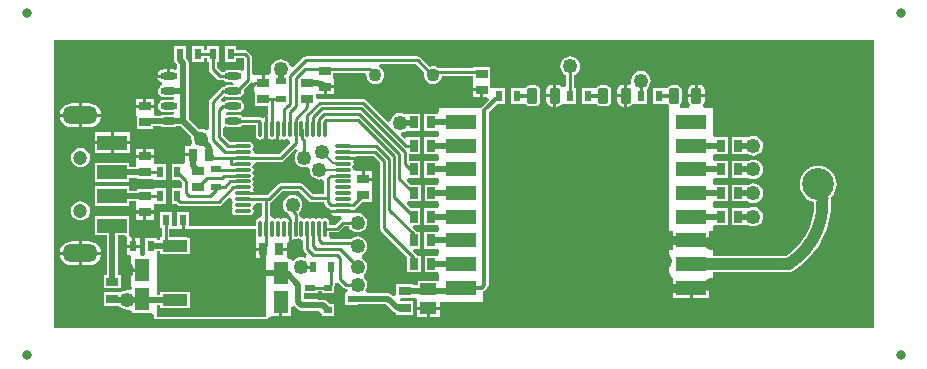
<source format=gtl>
G04*
G04 #@! TF.GenerationSoftware,Altium Limited,Altium Designer,18.1.1 (9)*
G04*
G04 Layer_Physical_Order=1*
G04 Layer_Color=255*
%FSLAX42Y42*%
%MOMM*%
G71*
G01*
G75*
%ADD32C,1.20*%
%ADD36C,1.00*%
G04:AMPARAMS|DCode=37|XSize=0.86mm|YSize=1.35mm|CornerRadius=0.22mm|HoleSize=0mm|Usage=FLASHONLY|Rotation=0.000|XOffset=0mm|YOffset=0mm|HoleType=Round|Shape=RoundedRectangle|*
%AMROUNDEDRECTD37*
21,1,0.86,0.91,0,0,0.0*
21,1,0.42,1.35,0,0,0.0*
1,1,0.44,0.21,-0.46*
1,1,0.44,-0.21,-0.46*
1,1,0.44,-0.21,0.46*
1,1,0.44,0.21,0.46*
%
%ADD37ROUNDEDRECTD37*%
%ADD38R,0.60X0.95*%
%ADD39R,0.74X1.02*%
%ADD40R,0.95X0.60*%
%ADD41R,1.00X0.80*%
%ADD42R,2.50X1.20*%
%ADD43R,1.45X1.00*%
%ADD44R,1.02X0.74*%
%ADD45R,0.70X0.60*%
%ADD46R,1.30X1.95*%
%ADD47R,0.80X1.00*%
%ADD48R,2.15X1.00*%
%ADD49R,2.15X3.25*%
%ADD50O,1.45X0.60*%
%ADD51O,1.45X0.30*%
%ADD52O,0.30X1.45*%
%ADD53R,2.50X1.25*%
%ADD54C,0.20*%
%ADD55C,0.25*%
%ADD56C,0.50*%
%ADD57C,0.30*%
%ADD58C,0.80*%
%ADD59C,0.80*%
%ADD60C,1.25*%
%ADD61C,2.70*%
%ADD62C,1.10*%
%ADD63O,3.00X1.50*%
G36*
X6969Y31D02*
X31D01*
Y2469D01*
X6969D01*
Y31D01*
D02*
G37*
%LPC*%
G36*
X1575Y2417D02*
X1475D01*
Y2283D01*
X1575D01*
Y2317D01*
X1636D01*
X1642Y2311D01*
Y2219D01*
X1617Y2208D01*
X1610Y2213D01*
X1590Y2216D01*
X1505D01*
X1485Y2213D01*
X1469Y2202D01*
X1444Y2203D01*
X1408Y2239D01*
Y2283D01*
X1425D01*
Y2417D01*
X1325D01*
Y2383D01*
X1300D01*
Y2417D01*
X1200D01*
Y2283D01*
X1300D01*
Y2317D01*
X1325D01*
Y2283D01*
X1342D01*
Y2225D01*
X1344Y2212D01*
X1352Y2202D01*
X1411Y2142D01*
X1422Y2135D01*
X1435Y2132D01*
X1467D01*
X1469Y2129D01*
X1485Y2118D01*
X1505Y2115D01*
X1541D01*
X1555Y2090D01*
X1555Y2089D01*
X1505D01*
X1485Y2086D01*
X1469Y2075D01*
X1467Y2072D01*
X1464D01*
X1451Y2069D01*
X1440Y2062D01*
X1352Y1973D01*
X1344Y1963D01*
X1342Y1950D01*
Y1719D01*
X1317Y1706D01*
X1317Y1707D01*
X1297Y1715D01*
X1275Y1718D01*
X1259Y1716D01*
X1171Y1804D01*
Y2050D01*
Y2275D01*
X1167Y2293D01*
X1157Y2307D01*
X1150Y2315D01*
Y2417D01*
X1050D01*
Y2283D01*
X1058D01*
X1058Y2282D01*
X1068Y2268D01*
X1075Y2260D01*
X1074Y2235D01*
X1054Y2220D01*
X1045Y2222D01*
X1015D01*
Y2166D01*
X1002D01*
Y2153D01*
X906D01*
X908Y2144D01*
X920Y2126D01*
X938Y2113D01*
X945Y2112D01*
Y2087D01*
X940Y2086D01*
X924Y2075D01*
X913Y2058D01*
X909Y2039D01*
X913Y2019D01*
X924Y2002D01*
X940Y1991D01*
X960Y1988D01*
X1045D01*
X1052Y1982D01*
X1029Y1962D01*
X960D01*
X940Y1959D01*
X924Y1948D01*
X913Y1931D01*
X909Y1911D01*
X913Y1892D01*
X924Y1875D01*
X940Y1864D01*
X960Y1861D01*
X1045D01*
X1052Y1855D01*
X1029Y1835D01*
X960D01*
X940Y1832D01*
X939Y1830D01*
X895D01*
X875Y1845D01*
X875Y1858D01*
Y1897D01*
X800D01*
X725D01*
Y1858D01*
X725Y1845D01*
X730Y1822D01*
Y1715D01*
X870D01*
Y1739D01*
X939D01*
X940Y1737D01*
X960Y1734D01*
X1045D01*
X1065Y1737D01*
X1066Y1739D01*
X1106D01*
X1194Y1651D01*
X1192Y1634D01*
X1195Y1613D01*
X1200Y1600D01*
X1190Y1581D01*
X1185Y1575D01*
X1142D01*
Y1513D01*
X1207D01*
Y1487D01*
X1142D01*
Y1448D01*
X1142Y1446D01*
X1141Y1434D01*
X1127Y1420D01*
X1127Y1420D01*
X1116Y1418D01*
X1116Y1418D01*
X1105Y1418D01*
X1025D01*
Y1282D01*
X1096D01*
X1117Y1261D01*
Y1218D01*
X1025D01*
Y1082D01*
X1071D01*
X1077Y1077D01*
X1087Y1069D01*
X1100Y1067D01*
X1425D01*
X1438Y1069D01*
X1448Y1077D01*
X1512Y1141D01*
X1535Y1128D01*
X1534Y1123D01*
X1537Y1109D01*
X1545Y1098D01*
X1537Y1086D01*
X1534Y1073D01*
X1537Y1059D01*
X1545Y1048D01*
X1537Y1036D01*
X1534Y1023D01*
X1537Y1009D01*
X1545Y997D01*
X1556Y990D01*
X1570Y987D01*
X1685D01*
X1699Y990D01*
X1710Y997D01*
X1718Y1009D01*
X1721Y1023D01*
X1718Y1036D01*
X1710Y1048D01*
X1718Y1059D01*
X1721Y1073D01*
X1742Y1092D01*
X1792D01*
Y990D01*
X1775Y968D01*
X1761Y965D01*
X1750Y958D01*
X1742Y946D01*
X1739Y932D01*
Y895D01*
X1175D01*
Y1018D01*
X1075D01*
Y895D01*
X1025D01*
Y1018D01*
X925D01*
Y882D01*
X942D01*
Y800D01*
X930D01*
Y776D01*
X900D01*
Y793D01*
X800D01*
Y668D01*
X800Y657D01*
X781Y643D01*
X777D01*
X755Y652D01*
X755Y668D01*
Y712D01*
X700D01*
X645D01*
Y652D01*
X663D01*
X685Y643D01*
X685Y627D01*
Y533D01*
X775D01*
Y507D01*
X685D01*
Y415D01*
X685Y397D01*
X690Y374D01*
Y366D01*
X665Y351D01*
X650Y353D01*
X628Y350D01*
X608Y342D01*
X605Y340D01*
X596Y335D01*
X454D01*
Y221D01*
X584D01*
X591Y211D01*
X608Y198D01*
X628Y190D01*
X650Y187D01*
X665Y189D01*
X690Y174D01*
Y158D01*
X860D01*
X880Y144D01*
Y125D01*
X881Y117D01*
X886Y111D01*
X892Y106D01*
X900Y105D01*
X1825D01*
X1833Y106D01*
X1839Y111D01*
X1842Y114D01*
X1849Y122D01*
X1858Y129D01*
X1868Y132D01*
X1870D01*
X1937D01*
Y255D01*
X1963D01*
Y132D01*
X2040D01*
Y213D01*
X2065Y221D01*
X2068Y218D01*
X2093Y193D01*
X2107Y183D01*
X2125Y179D01*
X2133D01*
Y175D01*
X2267D01*
X2287Y161D01*
X2295Y153D01*
Y135D01*
X2405D01*
Y235D01*
X2365D01*
X2342Y257D01*
X2328Y267D01*
X2310Y271D01*
X2267D01*
Y275D01*
X2146D01*
Y325D01*
X2267D01*
Y342D01*
X2295D01*
Y325D01*
X2405D01*
Y386D01*
X2406Y387D01*
X2408Y400D01*
Y411D01*
X2433Y420D01*
X2477Y377D01*
X2487Y369D01*
X2500Y367D01*
X2509D01*
X2516Y355D01*
X2502Y330D01*
X2495D01*
Y230D01*
X2605D01*
Y234D01*
X2841D01*
X2908Y168D01*
X2922Y158D01*
X2929Y156D01*
Y143D01*
X3071D01*
Y257D01*
X2964D01*
X2958Y265D01*
X2971Y290D01*
X3071D01*
Y290D01*
X3095Y288D01*
X3102Y276D01*
X3102Y275D01*
X3102D01*
X3102Y267D01*
Y213D01*
X3298D01*
Y231D01*
X3301Y255D01*
X3660D01*
Y341D01*
X3664Y342D01*
X3675Y350D01*
X3700Y375D01*
X3708Y386D01*
X3711Y400D01*
Y1860D01*
X3783Y1933D01*
X3850D01*
Y2067D01*
X3750D01*
X3750Y2067D01*
X3725Y2068D01*
X3725Y2115D01*
X3720Y2138D01*
Y2245D01*
X3580D01*
Y2233D01*
X3285D01*
X3276Y2241D01*
X3258Y2248D01*
X3238Y2251D01*
X3218Y2248D01*
X3210Y2245D01*
X3131Y2323D01*
X3121Y2331D01*
X3108Y2333D01*
X2165D01*
X2153Y2331D01*
X2142Y2323D01*
X2057Y2238D01*
X2030Y2247D01*
X2022Y2267D01*
X2009Y2284D01*
X1992Y2297D01*
X1972Y2305D01*
X1950Y2308D01*
X1928Y2305D01*
X1908Y2297D01*
X1891Y2284D01*
X1878Y2267D01*
X1870Y2247D01*
X1867Y2225D01*
X1870Y2203D01*
X1871Y2200D01*
X1854Y2175D01*
X1813D01*
Y2110D01*
X1787D01*
Y2175D01*
X1733D01*
X1725Y2175D01*
X1708Y2194D01*
Y2325D01*
X1706Y2338D01*
X1698Y2348D01*
X1673Y2373D01*
X1663Y2381D01*
X1650Y2383D01*
X1575D01*
Y2417D01*
D02*
G37*
G36*
X990Y2222D02*
X960D01*
X938Y2218D01*
X920Y2205D01*
X908Y2187D01*
X906Y2178D01*
X990D01*
Y2222D01*
D02*
G37*
G36*
X5000Y2208D02*
X4978Y2205D01*
X4958Y2197D01*
X4941Y2184D01*
X4928Y2167D01*
X4920Y2147D01*
X4917Y2125D01*
X4919Y2112D01*
X4918Y2110D01*
X4903Y2095D01*
X4897Y2092D01*
X4890Y2094D01*
X4881D01*
Y2000D01*
Y1906D01*
X4890D01*
X4908Y1910D01*
X4924Y1920D01*
X4928Y1926D01*
X4950Y1933D01*
X4959Y1933D01*
X5050D01*
Y2059D01*
X5059Y2066D01*
X5072Y2083D01*
X5080Y2103D01*
X5083Y2125D01*
X5080Y2147D01*
X5072Y2167D01*
X5059Y2184D01*
X5042Y2197D01*
X5022Y2205D01*
X5000Y2208D01*
D02*
G37*
G36*
X4400Y2333D02*
X4378Y2330D01*
X4358Y2322D01*
X4341Y2309D01*
X4328Y2292D01*
X4320Y2272D01*
X4317Y2250D01*
X4320Y2228D01*
X4328Y2208D01*
X4341Y2191D01*
X4358Y2178D01*
X4367Y2174D01*
Y2084D01*
X4365Y2083D01*
X4342Y2070D01*
X4328Y2074D01*
X4324Y2080D01*
X4308Y2090D01*
X4290Y2094D01*
X4281D01*
Y2000D01*
Y1906D01*
X4290D01*
X4308Y1910D01*
X4324Y1920D01*
X4328Y1926D01*
X4350Y1933D01*
X4359Y1933D01*
X4450D01*
Y2067D01*
X4433D01*
Y2174D01*
X4442Y2178D01*
X4459Y2191D01*
X4472Y2208D01*
X4480Y2228D01*
X4483Y2250D01*
X4480Y2272D01*
X4472Y2292D01*
X4459Y2309D01*
X4442Y2322D01*
X4422Y2330D01*
X4400Y2333D01*
D02*
G37*
G36*
X5490Y2094D02*
X5481D01*
Y2013D01*
X5538D01*
Y2046D01*
X5534Y2064D01*
X5524Y2080D01*
X5508Y2090D01*
X5490Y2094D01*
D02*
G37*
G36*
X5456D02*
X5447D01*
X5429Y2090D01*
X5413Y2080D01*
X5403Y2064D01*
X5399Y2046D01*
Y2013D01*
X5456D01*
Y2094D01*
D02*
G37*
G36*
X4856D02*
X4847D01*
X4829Y2090D01*
X4813Y2080D01*
X4803Y2064D01*
X4799Y2046D01*
Y2013D01*
X4856D01*
Y2094D01*
D02*
G37*
G36*
X4256D02*
X4247D01*
X4229Y2090D01*
X4213Y2080D01*
X4203Y2064D01*
X4199Y2046D01*
Y2013D01*
X4256D01*
Y2094D01*
D02*
G37*
G36*
X875Y1975D02*
X813D01*
Y1923D01*
X875D01*
Y1975D01*
D02*
G37*
G36*
X787D02*
X725D01*
Y1923D01*
X787D01*
Y1975D01*
D02*
G37*
G36*
X4703Y2088D02*
X4660D01*
X4644Y2085D01*
X4630Y2076D01*
X4625Y2068D01*
X4600Y2067D01*
Y2067D01*
X4500D01*
Y1933D01*
X4600D01*
X4600Y1933D01*
X4625Y1932D01*
X4630Y1924D01*
X4644Y1915D01*
X4660Y1912D01*
X4703D01*
X4719Y1915D01*
X4733Y1924D01*
X4742Y1938D01*
X4745Y1954D01*
Y2046D01*
X4742Y2062D01*
X4733Y2076D01*
X4719Y2085D01*
X4703Y2088D01*
D02*
G37*
G36*
X4103D02*
X4060D01*
X4044Y2085D01*
X4030Y2076D01*
X4025Y2068D01*
X4000Y2067D01*
Y2067D01*
X3900D01*
Y1933D01*
X4000D01*
X4000Y1933D01*
X4025Y1932D01*
X4030Y1924D01*
X4044Y1915D01*
X4060Y1912D01*
X4103D01*
X4119Y1915D01*
X4133Y1924D01*
X4142Y1938D01*
X4145Y1954D01*
Y2046D01*
X4142Y2062D01*
X4133Y2076D01*
X4119Y2085D01*
X4103Y2088D01*
D02*
G37*
G36*
X4856Y1987D02*
X4799D01*
Y1954D01*
X4803Y1936D01*
X4813Y1920D01*
X4829Y1910D01*
X4847Y1906D01*
X4856D01*
Y1987D01*
D02*
G37*
G36*
X4256D02*
X4199D01*
Y1954D01*
X4203Y1936D01*
X4213Y1920D01*
X4229Y1910D01*
X4247Y1906D01*
X4256D01*
Y1987D01*
D02*
G37*
G36*
X329Y1936D02*
X267D01*
Y1848D01*
X429D01*
X427Y1861D01*
X417Y1886D01*
X401Y1907D01*
X380Y1923D01*
X355Y1933D01*
X329Y1936D01*
D02*
G37*
G36*
X241D02*
X179D01*
X153Y1933D01*
X128Y1923D01*
X107Y1907D01*
X91Y1886D01*
X81Y1861D01*
X79Y1848D01*
X241D01*
Y1936D01*
D02*
G37*
G36*
X429Y1822D02*
X267D01*
Y1734D01*
X329D01*
X355Y1737D01*
X380Y1747D01*
X401Y1763D01*
X417Y1784D01*
X427Y1809D01*
X429Y1822D01*
D02*
G37*
G36*
X241D02*
X79D01*
X81Y1809D01*
X91Y1784D01*
X107Y1763D01*
X128Y1747D01*
X153Y1737D01*
X179Y1734D01*
X241D01*
Y1822D01*
D02*
G37*
G36*
X5950Y1658D02*
X5928Y1655D01*
X5908Y1647D01*
X5907Y1646D01*
X5882Y1646D01*
Y1646D01*
X5768D01*
Y1504D01*
X5882D01*
Y1504D01*
X5907Y1504D01*
X5908Y1503D01*
X5928Y1495D01*
X5950Y1492D01*
X5972Y1495D01*
X5992Y1503D01*
X6009Y1516D01*
X6022Y1533D01*
X6030Y1553D01*
X6033Y1575D01*
X6030Y1597D01*
X6022Y1617D01*
X6009Y1634D01*
X5992Y1647D01*
X5972Y1655D01*
X5950Y1658D01*
D02*
G37*
G36*
X674Y1688D02*
X537D01*
Y1613D01*
X674D01*
Y1688D01*
D02*
G37*
G36*
X511D02*
X374D01*
Y1613D01*
X511D01*
Y1688D01*
D02*
G37*
G36*
X674Y1587D02*
X537D01*
Y1512D01*
X674D01*
Y1587D01*
D02*
G37*
G36*
X511D02*
X374D01*
Y1512D01*
X511D01*
Y1587D01*
D02*
G37*
G36*
X875Y1550D02*
X813D01*
Y1498D01*
X875D01*
Y1550D01*
D02*
G37*
G36*
X787D02*
X725D01*
Y1498D01*
X787D01*
Y1550D01*
D02*
G37*
G36*
X5950Y1458D02*
X5928Y1455D01*
X5908Y1447D01*
X5907Y1446D01*
X5882Y1446D01*
Y1446D01*
X5768D01*
Y1304D01*
X5882D01*
Y1304D01*
X5907Y1304D01*
X5908Y1303D01*
X5928Y1295D01*
X5950Y1292D01*
X5972Y1295D01*
X5992Y1303D01*
X6009Y1316D01*
X6022Y1333D01*
X6030Y1353D01*
X6033Y1375D01*
X6030Y1397D01*
X6022Y1417D01*
X6009Y1434D01*
X5992Y1447D01*
X5972Y1455D01*
X5950Y1458D01*
D02*
G37*
G36*
X875Y1472D02*
X800D01*
X725D01*
Y1433D01*
X725Y1420D01*
X722Y1396D01*
X669D01*
Y1432D01*
X379D01*
Y1268D01*
X669D01*
Y1304D01*
X730D01*
Y1290D01*
X870D01*
X875Y1282D01*
Y1282D01*
X975D01*
Y1418D01*
X900D01*
X875Y1420D01*
X875Y1443D01*
Y1472D01*
D02*
G37*
G36*
X254Y1556D02*
X233Y1553D01*
X214Y1545D01*
X197Y1532D01*
X184Y1515D01*
X176Y1496D01*
X173Y1475D01*
X176Y1454D01*
X184Y1435D01*
X197Y1418D01*
X214Y1405D01*
X233Y1397D01*
X254Y1394D01*
X275Y1397D01*
X294Y1405D01*
X311Y1418D01*
X324Y1435D01*
X332Y1454D01*
X335Y1475D01*
X332Y1496D01*
X324Y1515D01*
X311Y1532D01*
X294Y1545D01*
X275Y1553D01*
X254Y1556D01*
D02*
G37*
G36*
X5950Y1258D02*
X5928Y1255D01*
X5908Y1247D01*
X5907Y1246D01*
X5882Y1246D01*
Y1246D01*
X5768D01*
Y1104D01*
X5882D01*
Y1104D01*
X5907Y1104D01*
X5908Y1103D01*
X5928Y1095D01*
X5950Y1092D01*
X5972Y1095D01*
X5992Y1103D01*
X6009Y1116D01*
X6022Y1133D01*
X6030Y1153D01*
X6033Y1175D01*
X6030Y1197D01*
X6022Y1217D01*
X6009Y1234D01*
X5992Y1247D01*
X5972Y1255D01*
X5950Y1258D01*
D02*
G37*
G36*
Y1058D02*
X5928Y1055D01*
X5908Y1047D01*
X5907Y1046D01*
X5882Y1046D01*
Y1046D01*
X5768D01*
Y904D01*
X5882D01*
Y904D01*
X5907Y904D01*
X5908Y903D01*
X5928Y895D01*
X5950Y892D01*
X5972Y895D01*
X5992Y903D01*
X6009Y916D01*
X6022Y933D01*
X6030Y953D01*
X6033Y975D01*
X6030Y997D01*
X6022Y1017D01*
X6009Y1034D01*
X5992Y1047D01*
X5972Y1055D01*
X5950Y1058D01*
D02*
G37*
G36*
X669Y1232D02*
X379D01*
Y1068D01*
X669D01*
Y1104D01*
X722D01*
X725Y1080D01*
X725Y1067D01*
Y1028D01*
X875D01*
Y1057D01*
X875Y1080D01*
X900Y1082D01*
X975D01*
Y1218D01*
X875D01*
Y1218D01*
X870Y1210D01*
X730D01*
Y1196D01*
X669D01*
Y1232D01*
D02*
G37*
G36*
X875Y1002D02*
X813D01*
Y950D01*
X875D01*
Y1002D01*
D02*
G37*
G36*
X787D02*
X725D01*
Y950D01*
X787D01*
Y1002D01*
D02*
G37*
G36*
X254Y1106D02*
X233Y1103D01*
X214Y1095D01*
X197Y1082D01*
X184Y1065D01*
X176Y1046D01*
X173Y1025D01*
X176Y1004D01*
X184Y985D01*
X197Y968D01*
X214Y955D01*
X233Y947D01*
X254Y944D01*
X275Y947D01*
X294Y955D01*
X311Y968D01*
X324Y985D01*
X332Y1004D01*
X335Y1025D01*
X332Y1046D01*
X324Y1065D01*
X311Y1082D01*
X294Y1095D01*
X275Y1103D01*
X254Y1106D01*
D02*
G37*
G36*
X5303Y2088D02*
X5260D01*
X5244Y2085D01*
X5230Y2076D01*
X5225Y2068D01*
X5200Y2067D01*
Y2067D01*
X5100D01*
Y1933D01*
X5200D01*
X5200Y1933D01*
X5225Y1932D01*
X5230Y1924D01*
X5238Y1919D01*
X5240Y1895D01*
X5240Y1890D01*
Y1655D01*
Y1455D01*
Y1255D01*
Y1055D01*
Y855D01*
X5275D01*
Y788D01*
X5425D01*
X5575D01*
Y855D01*
X5610D01*
Y884D01*
X5621Y904D01*
X5735D01*
Y1046D01*
X5621D01*
X5610Y1066D01*
Y1084D01*
X5621Y1104D01*
X5735D01*
Y1246D01*
X5621D01*
X5610Y1266D01*
Y1284D01*
X5621Y1304D01*
X5735D01*
Y1446D01*
X5621D01*
X5610Y1466D01*
Y1484D01*
X5621Y1504D01*
X5735D01*
Y1646D01*
X5621D01*
X5610Y1666D01*
Y1895D01*
X5531D01*
X5523Y1920D01*
X5524Y1920D01*
X5534Y1936D01*
X5538Y1954D01*
Y1987D01*
X5399D01*
Y1954D01*
X5403Y1936D01*
X5413Y1920D01*
X5414Y1920D01*
X5406Y1895D01*
X5334D01*
X5327Y1920D01*
X5333Y1924D01*
X5342Y1938D01*
X5345Y1954D01*
Y2046D01*
X5342Y2062D01*
X5333Y2076D01*
X5319Y2085D01*
X5303Y2088D01*
D02*
G37*
G36*
X755Y798D02*
X713D01*
Y738D01*
X755D01*
Y798D01*
D02*
G37*
G36*
X669Y982D02*
X379D01*
Y818D01*
X478D01*
Y482D01*
X454D01*
Y368D01*
X596D01*
Y482D01*
X570D01*
Y818D01*
X632D01*
X645Y798D01*
X645Y793D01*
Y738D01*
X687D01*
Y798D01*
X682D01*
X669Y818D01*
X669Y823D01*
Y982D01*
D02*
G37*
G36*
X329Y766D02*
X267D01*
Y678D01*
X429D01*
X427Y691D01*
X417Y716D01*
X401Y737D01*
X380Y753D01*
X355Y763D01*
X329Y766D01*
D02*
G37*
G36*
X241D02*
X179D01*
X153Y763D01*
X128Y753D01*
X107Y737D01*
X91Y716D01*
X81Y691D01*
X79Y678D01*
X241D01*
Y766D01*
D02*
G37*
G36*
X6500Y1406D02*
X6470Y1403D01*
X6440Y1394D01*
X6413Y1380D01*
X6390Y1360D01*
X6370Y1337D01*
X6356Y1310D01*
X6347Y1280D01*
X6344Y1250D01*
X6347Y1220D01*
X6356Y1190D01*
X6370Y1163D01*
X6390Y1140D01*
X6413Y1120D01*
X6440Y1106D01*
X6468Y1098D01*
X6468Y1097D01*
X6464Y1026D01*
X6450Y956D01*
X6427Y888D01*
X6395Y824D01*
X6355Y764D01*
X6308Y710D01*
X6254Y663D01*
X6228Y646D01*
X5610D01*
Y695D01*
X5575D01*
Y762D01*
X5425D01*
X5275D01*
Y695D01*
X5240D01*
Y455D01*
X5275D01*
Y388D01*
X5425D01*
X5575D01*
Y455D01*
X5610D01*
Y504D01*
X6250D01*
X6266Y506D01*
X6268Y507D01*
X6288Y515D01*
X6288Y515D01*
X6350Y559D01*
X6408Y611D01*
X6459Y668D01*
X6504Y731D01*
X6541Y799D01*
X6571Y870D01*
X6592Y944D01*
X6605Y1020D01*
X6609Y1097D01*
X6607Y1137D01*
X6610Y1140D01*
X6630Y1163D01*
X6644Y1190D01*
X6653Y1220D01*
X6656Y1250D01*
X6653Y1280D01*
X6644Y1310D01*
X6630Y1337D01*
X6610Y1360D01*
X6587Y1380D01*
X6560Y1394D01*
X6530Y1403D01*
X6500Y1406D01*
D02*
G37*
G36*
X429Y652D02*
X267D01*
Y564D01*
X329D01*
X355Y567D01*
X380Y577D01*
X401Y593D01*
X417Y614D01*
X427Y639D01*
X429Y652D01*
D02*
G37*
G36*
X241D02*
X79D01*
X81Y639D01*
X91Y614D01*
X107Y593D01*
X128Y577D01*
X153Y567D01*
X179Y564D01*
X241D01*
Y652D01*
D02*
G37*
G36*
X5575Y362D02*
X5438D01*
Y290D01*
X5575D01*
Y362D01*
D02*
G37*
G36*
X5412D02*
X5275D01*
Y290D01*
X5412D01*
Y362D01*
D02*
G37*
G36*
X3298Y187D02*
X3213D01*
Y125D01*
X3298D01*
Y187D01*
D02*
G37*
G36*
X3187D02*
X3102D01*
Y125D01*
X3187D01*
Y187D01*
D02*
G37*
%LPD*%
G36*
X3165Y2196D02*
X3165Y2195D01*
X3162Y2175D01*
X3165Y2155D01*
X3172Y2137D01*
X3185Y2122D01*
X3200Y2109D01*
X3218Y2102D01*
X3238Y2099D01*
X3258Y2102D01*
X3276Y2109D01*
X3291Y2122D01*
X3304Y2137D01*
X3311Y2155D01*
X3313Y2167D01*
X3580D01*
Y2138D01*
X3575Y2115D01*
X3575Y2102D01*
Y2063D01*
X3650D01*
Y2050D01*
X3663D01*
Y1985D01*
X3699D01*
X3709Y1960D01*
X3650Y1900D01*
X3646Y1895D01*
X3290D01*
Y1867D01*
X3281Y1846D01*
X3167D01*
Y1704D01*
X3281D01*
X3290Y1683D01*
Y1667D01*
X3281Y1646D01*
X3167D01*
Y1504D01*
X3281D01*
X3290Y1483D01*
Y1466D01*
X3279Y1446D01*
X3165D01*
Y1304D01*
X3279D01*
X3290Y1284D01*
Y1268D01*
X3282Y1246D01*
X3168D01*
Y1104D01*
X3282D01*
X3290Y1082D01*
Y1067D01*
X3281Y1046D01*
X3167D01*
Y904D01*
X3281D01*
X3290Y883D01*
Y866D01*
X3279Y846D01*
X3165D01*
Y704D01*
X3279D01*
X3290Y684D01*
Y668D01*
X3282Y646D01*
X3168D01*
Y504D01*
X3282D01*
X3290Y482D01*
Y430D01*
X3108D01*
Y393D01*
X3071D01*
Y404D01*
X2929D01*
Y311D01*
X2904Y301D01*
X2892Y312D01*
X2878Y322D01*
X2860Y326D01*
X2679D01*
X2666Y351D01*
X2672Y358D01*
X2680Y378D01*
X2683Y400D01*
X2680Y422D01*
X2672Y442D01*
X2659Y459D01*
X2658Y459D01*
Y491D01*
X2659Y491D01*
X2672Y508D01*
X2680Y528D01*
X2683Y550D01*
X2680Y572D01*
X2672Y592D01*
X2659Y609D01*
X2642Y622D01*
X2637Y624D01*
Y651D01*
X2642Y653D01*
X2659Y666D01*
X2672Y683D01*
X2680Y703D01*
X2683Y725D01*
X2680Y747D01*
X2672Y767D01*
X2659Y784D01*
X2642Y797D01*
X2622Y805D01*
X2600Y808D01*
X2578Y805D01*
X2558Y797D01*
X2541Y784D01*
X2541Y783D01*
X2374D01*
X2367Y792D01*
X2359Y808D01*
X2361Y818D01*
Y842D01*
X2425D01*
X2438Y844D01*
X2448Y852D01*
X2489Y892D01*
X2524D01*
X2528Y883D01*
X2541Y866D01*
X2558Y853D01*
X2578Y845D01*
X2600Y842D01*
X2622Y845D01*
X2642Y853D01*
X2659Y866D01*
X2672Y883D01*
X2680Y903D01*
X2683Y925D01*
X2680Y947D01*
X2672Y967D01*
X2659Y984D01*
X2642Y997D01*
X2622Y1005D01*
X2600Y1008D01*
X2598Y1008D01*
X2578Y1025D01*
X2580Y1044D01*
X2588Y1049D01*
X2637Y1098D01*
X2720D01*
Y1204D01*
X2725Y1227D01*
X2725Y1240D01*
Y1280D01*
X2650D01*
Y1293D01*
X2637D01*
Y1358D01*
X2588D01*
X2568Y1371D01*
X2564Y1379D01*
X2563Y1386D01*
X2555Y1398D01*
X2563Y1409D01*
X2566Y1423D01*
X2563Y1436D01*
X2558Y1443D01*
X2559Y1443D01*
X2568Y1457D01*
X2571Y1473D01*
X2593Y1489D01*
X2731D01*
X2787Y1434D01*
Y880D01*
X2789Y867D01*
X2797Y857D01*
X3021Y632D01*
Y504D01*
X3135D01*
Y646D01*
X3101D01*
X3066Y681D01*
X3076Y704D01*
X3132D01*
Y846D01*
X3100D01*
X3098Y848D01*
X3066Y881D01*
X3076Y904D01*
X3133D01*
Y1046D01*
X3052D01*
X3018Y1080D01*
X3030Y1104D01*
X3135D01*
Y1246D01*
X3054D01*
X3021Y1279D01*
X3031Y1304D01*
X3132D01*
Y1446D01*
X3033D01*
Y1504D01*
X3133D01*
Y1646D01*
X3019D01*
Y1646D01*
X2996Y1636D01*
X2970Y1663D01*
X2979Y1689D01*
X2982Y1690D01*
X2997Y1696D01*
X3020Y1704D01*
X3019Y1704D01*
X3020Y1704D01*
X3133D01*
Y1846D01*
X3019D01*
X3019Y1846D01*
X2994Y1845D01*
X2982Y1850D01*
X2960Y1853D01*
X2938Y1850D01*
X2918Y1842D01*
X2901Y1829D01*
X2888Y1812D01*
X2880Y1792D01*
X2879Y1789D01*
X2853Y1780D01*
X2671Y1962D01*
X2660Y1969D01*
X2647Y1972D01*
X2281D01*
X2270Y1969D01*
X2268Y1969D01*
X2245Y1983D01*
Y1987D01*
X2250Y2010D01*
X2312D01*
Y2075D01*
X2325D01*
Y2088D01*
X2400D01*
Y2140D01*
X2400D01*
X2395Y2150D01*
Y2192D01*
X2660D01*
X2674Y2175D01*
X2677Y2155D01*
X2684Y2137D01*
X2697Y2122D01*
X2712Y2109D01*
X2730Y2102D01*
X2750Y2099D01*
X2770Y2102D01*
X2788Y2109D01*
X2803Y2122D01*
X2816Y2137D01*
X2823Y2155D01*
X2826Y2175D01*
X2823Y2195D01*
X2816Y2213D01*
X2803Y2228D01*
X2788Y2241D01*
X2785Y2242D01*
X2790Y2267D01*
X3094D01*
X3165Y2196D01*
D02*
G37*
G36*
X1725Y2107D02*
X1725Y2045D01*
X1730Y2022D01*
Y1915D01*
X1842D01*
Y1841D01*
X1825Y1819D01*
X1809Y1816D01*
X1796Y1807D01*
X1791Y1809D01*
X1789Y1810D01*
X1787Y1811D01*
X1778Y1815D01*
X1766Y1818D01*
X1628D01*
X1626Y1821D01*
X1610Y1832D01*
X1590Y1835D01*
X1505D01*
X1500Y1834D01*
X1481Y1848D01*
X1499Y1862D01*
X1505Y1861D01*
X1590D01*
X1610Y1864D01*
X1626Y1875D01*
X1637Y1892D01*
X1641Y1911D01*
X1637Y1931D01*
X1626Y1948D01*
X1610Y1959D01*
X1590Y1962D01*
X1505D01*
X1485Y1959D01*
X1469Y1948D01*
X1455Y1948D01*
X1445Y1974D01*
X1472Y2000D01*
X1485Y1991D01*
X1505Y1988D01*
X1590D01*
X1610Y1991D01*
X1626Y2002D01*
X1637Y2019D01*
X1641Y2039D01*
X1638Y2052D01*
X1698Y2112D01*
X1700Y2114D01*
X1725Y2107D01*
D02*
G37*
G36*
X1739Y1662D02*
X1742Y1649D01*
X1750Y1637D01*
X1761Y1630D01*
X1775Y1627D01*
X1789Y1630D01*
X1795Y1634D01*
X1796Y1633D01*
X1809Y1624D01*
X1812Y1624D01*
Y1720D01*
X1838D01*
Y1624D01*
X1841Y1624D01*
X1854Y1633D01*
X1855Y1634D01*
X1861Y1630D01*
X1875Y1627D01*
X1889Y1630D01*
X1895Y1634D01*
X1896Y1633D01*
X1909Y1624D01*
X1912Y1624D01*
Y1720D01*
X1938D01*
Y1624D01*
X1941Y1624D01*
X1954Y1633D01*
X1955Y1634D01*
X1961Y1630D01*
X1975Y1627D01*
X1989Y1630D01*
X1997Y1635D01*
X2010Y1630D01*
X2011Y1630D01*
X2015Y1629D01*
X2021Y1627D01*
X2028Y1614D01*
X2031Y1602D01*
X1934Y1506D01*
X1743D01*
X1721Y1523D01*
X1718Y1536D01*
X1710Y1548D01*
X1718Y1559D01*
X1721Y1573D01*
X1718Y1586D01*
X1710Y1598D01*
X1699Y1605D01*
X1685Y1608D01*
X1570D01*
X1557Y1606D01*
X1516D01*
X1458Y1664D01*
Y1726D01*
X1483Y1739D01*
X1485Y1737D01*
X1505Y1734D01*
X1590D01*
X1610Y1737D01*
X1626Y1748D01*
X1628Y1751D01*
X1739D01*
Y1662D01*
D02*
G37*
G36*
X2100Y1542D02*
X2100Y1540D01*
X2091Y1534D01*
X2078Y1517D01*
X2070Y1497D01*
X2067Y1475D01*
X2070Y1453D01*
X2078Y1433D01*
X2091Y1416D01*
X2108Y1403D01*
X2128Y1395D01*
X2150Y1392D01*
X2172Y1395D01*
X2172Y1395D01*
X2195Y1377D01*
X2194Y1373D01*
X2197Y1351D01*
X2205Y1331D01*
X2219Y1314D01*
X2236Y1300D01*
X2256Y1292D01*
X2277Y1289D01*
X2292Y1291D01*
X2317Y1276D01*
Y1163D01*
X2224D01*
X2139Y1248D01*
X2128Y1256D01*
X2116Y1258D01*
X1950D01*
X1937Y1256D01*
X1927Y1248D01*
X1836Y1158D01*
X1738D01*
X1726Y1173D01*
X1723Y1188D01*
X1714Y1202D01*
X1713Y1202D01*
X1718Y1209D01*
X1721Y1223D01*
X1718Y1236D01*
X1710Y1248D01*
X1718Y1259D01*
X1721Y1273D01*
X1718Y1286D01*
X1710Y1298D01*
X1718Y1309D01*
X1721Y1323D01*
X1718Y1336D01*
X1710Y1348D01*
X1718Y1359D01*
X1721Y1373D01*
X1718Y1386D01*
X1710Y1398D01*
X1718Y1409D01*
X1721Y1423D01*
X1743Y1439D01*
X1948D01*
X1960Y1442D01*
X1971Y1449D01*
X2074Y1552D01*
X2100Y1542D01*
D02*
G37*
G36*
X2187Y1107D02*
X2198Y1099D01*
X2211Y1097D01*
X2317D01*
X2319Y1087D01*
X2327Y1077D01*
X2354Y1049D01*
X2365Y1042D01*
X2368Y1035D01*
X2473D01*
Y1010D01*
X2376D01*
X2377Y1007D01*
X2386Y993D01*
X2399Y984D01*
X2415Y981D01*
X2463D01*
X2466Y956D01*
X2462Y956D01*
X2452Y948D01*
X2411Y908D01*
X2361D01*
Y932D01*
X2358Y946D01*
X2350Y958D01*
X2339Y965D01*
X2325Y968D01*
X2311Y965D01*
X2300Y958D01*
X2289Y965D01*
X2275Y968D01*
X2261Y965D01*
X2250Y958D01*
X2239Y965D01*
X2225Y968D01*
X2211Y965D01*
X2200Y958D01*
X2189Y965D01*
X2175Y968D01*
X2161Y965D01*
X2150Y958D01*
X2139Y965D01*
X2125Y968D01*
X2108Y990D01*
Y1000D01*
X2106Y1013D01*
X2105Y1013D01*
X2109Y1016D01*
X2122Y1033D01*
X2130Y1053D01*
X2133Y1075D01*
X2130Y1097D01*
X2122Y1117D01*
X2109Y1134D01*
X2092Y1147D01*
X2072Y1155D01*
X2050Y1158D01*
X2028Y1155D01*
X2008Y1147D01*
X1991Y1134D01*
X1978Y1117D01*
X1970Y1097D01*
X1967Y1075D01*
X1970Y1053D01*
X1978Y1033D01*
X1991Y1016D01*
X2008Y1003D01*
X2020Y998D01*
X2017Y972D01*
X2009Y971D01*
X1996Y962D01*
X1995Y961D01*
X1989Y965D01*
X1975Y968D01*
X1961Y965D01*
X1950Y958D01*
X1939Y965D01*
X1925Y968D01*
X1911Y965D01*
X1900Y958D01*
X1889Y965D01*
X1875Y968D01*
X1858Y990D01*
Y1093D01*
X1863Y1094D01*
X1873Y1102D01*
X1964Y1192D01*
X2102D01*
X2187Y1107D01*
D02*
G37*
G36*
X2111Y785D02*
X2125Y782D01*
X2142Y760D01*
Y700D01*
X2144Y687D01*
X2152Y677D01*
X2169Y659D01*
X2162Y631D01*
X2153Y628D01*
X2147Y630D01*
X2125Y633D01*
X2103Y630D01*
X2083Y622D01*
X2066Y609D01*
X2060Y601D01*
X2035Y609D01*
Y618D01*
X2025D01*
X2003Y625D01*
X2003Y643D01*
Y687D01*
X1938D01*
Y713D01*
X2003D01*
Y756D01*
X2025Y776D01*
X2027Y777D01*
X2041Y779D01*
X2054Y788D01*
X2055Y789D01*
X2061Y785D01*
X2075Y782D01*
X2089Y785D01*
X2100Y792D01*
X2111Y785D01*
D02*
G37*
G36*
X1739Y818D02*
X1742Y804D01*
X1744Y800D01*
X1737Y775D01*
X1737D01*
Y713D01*
X1802D01*
Y700D01*
X1815D01*
Y625D01*
X1825D01*
Y125D01*
X1825Y125D01*
X900D01*
Y224D01*
X930D01*
Y200D01*
X1185D01*
Y340D01*
X930D01*
Y316D01*
X900D01*
Y684D01*
X930D01*
Y660D01*
X1185D01*
Y800D01*
X1008D01*
Y875D01*
X1739D01*
Y818D01*
D02*
G37*
%LPC*%
G36*
X2400Y2062D02*
X2338D01*
Y2010D01*
X2400D01*
Y2062D01*
D02*
G37*
G36*
X3637Y2037D02*
X3575D01*
Y1985D01*
X3637D01*
Y2037D01*
D02*
G37*
G36*
X2725Y1358D02*
X2663D01*
Y1305D01*
X2725D01*
Y1358D01*
D02*
G37*
G36*
X1790Y687D02*
X1737D01*
Y625D01*
X1790D01*
Y687D01*
D02*
G37*
%LPD*%
D32*
X254Y1025D02*
D03*
Y1475D02*
D03*
D36*
X6250Y575D02*
G03*
X6525Y1225I-329J522D01*
G01*
X5425Y575D02*
X6250D01*
D37*
X4869Y2000D02*
D03*
X4681D02*
D03*
X5469D02*
D03*
X5281D02*
D03*
X4269D02*
D03*
X4081D02*
D03*
D38*
X4550D02*
D03*
X4400D02*
D03*
X5000D02*
D03*
X5150D02*
D03*
X3800D02*
D03*
X3950D02*
D03*
X700Y725D02*
D03*
X850D02*
D03*
X975Y950D02*
D03*
X1125D02*
D03*
X925Y1150D02*
D03*
X1075D02*
D03*
X925Y1350D02*
D03*
X1075D02*
D03*
X1375Y2350D02*
D03*
X1525D02*
D03*
X1250D02*
D03*
X1100D02*
D03*
X2225Y550D02*
D03*
X2375D02*
D03*
D39*
X3078Y575D02*
D03*
X3225D02*
D03*
X3075Y775D02*
D03*
X3222D02*
D03*
X3076Y975D02*
D03*
X3224D02*
D03*
X3078Y1175D02*
D03*
X3225D02*
D03*
X3075Y1375D02*
D03*
X3222D02*
D03*
X5678D02*
D03*
X5825D02*
D03*
X5678Y1575D02*
D03*
X5825D02*
D03*
X5678Y1175D02*
D03*
X5825D02*
D03*
X5678Y975D02*
D03*
X5825D02*
D03*
X3076Y1575D02*
D03*
X3224D02*
D03*
Y1775D02*
D03*
X3076D02*
D03*
D40*
X1400Y1375D02*
D03*
Y1225D02*
D03*
X2200Y375D02*
D03*
Y225D02*
D03*
X1950Y2125D02*
D03*
Y1975D02*
D03*
D41*
X1250Y1225D02*
D03*
Y1360D02*
D03*
X2650Y1293D02*
D03*
Y1157D02*
D03*
X2325Y2210D02*
D03*
Y2075D02*
D03*
X800Y1015D02*
D03*
Y1150D02*
D03*
Y1485D02*
D03*
Y1350D02*
D03*
X1800Y2110D02*
D03*
Y1975D02*
D03*
X2175Y2110D02*
D03*
Y1975D02*
D03*
X3650Y2185D02*
D03*
Y2050D02*
D03*
X800Y1910D02*
D03*
Y1775D02*
D03*
D42*
X3475Y1775D02*
D03*
Y1575D02*
D03*
Y1375D02*
D03*
Y1175D02*
D03*
Y975D02*
D03*
Y775D02*
D03*
Y575D02*
D03*
Y375D02*
D03*
X5425Y1775D02*
D03*
Y1575D02*
D03*
Y1375D02*
D03*
Y1175D02*
D03*
Y975D02*
D03*
Y775D02*
D03*
Y575D02*
D03*
Y375D02*
D03*
D43*
X3200Y200D02*
D03*
Y360D02*
D03*
D44*
X3000Y347D02*
D03*
Y200D02*
D03*
X525Y278D02*
D03*
Y425D02*
D03*
D45*
X2350Y185D02*
D03*
Y375D02*
D03*
X2550Y280D02*
D03*
D46*
X1950Y255D02*
D03*
Y500D02*
D03*
X775Y520D02*
D03*
Y275D02*
D03*
D47*
X1938Y700D02*
D03*
X1802D02*
D03*
X1207Y1500D02*
D03*
X1343D02*
D03*
D48*
X1057Y730D02*
D03*
Y500D02*
D03*
Y270D02*
D03*
D49*
X1642Y500D02*
D03*
D50*
X1002Y2166D02*
D03*
Y2039D02*
D03*
Y1911D02*
D03*
Y1784D02*
D03*
X1548Y2166D02*
D03*
Y2039D02*
D03*
Y1911D02*
D03*
Y1784D02*
D03*
D51*
X1627Y1573D02*
D03*
Y1523D02*
D03*
Y1473D02*
D03*
Y1423D02*
D03*
Y1373D02*
D03*
Y1323D02*
D03*
Y1273D02*
D03*
Y1223D02*
D03*
Y1173D02*
D03*
Y1123D02*
D03*
Y1073D02*
D03*
Y1023D02*
D03*
X2473D02*
D03*
Y1073D02*
D03*
Y1123D02*
D03*
Y1173D02*
D03*
Y1223D02*
D03*
Y1273D02*
D03*
Y1323D02*
D03*
Y1373D02*
D03*
Y1423D02*
D03*
Y1473D02*
D03*
Y1523D02*
D03*
Y1573D02*
D03*
D52*
X1775Y875D02*
D03*
X1825D02*
D03*
X1875D02*
D03*
X1925D02*
D03*
X1975D02*
D03*
X2025D02*
D03*
X2075D02*
D03*
X2125D02*
D03*
X2175D02*
D03*
X2225D02*
D03*
X2275D02*
D03*
X2325D02*
D03*
Y1720D02*
D03*
X2275D02*
D03*
X2225D02*
D03*
X2175D02*
D03*
X2125D02*
D03*
X2075D02*
D03*
X2025D02*
D03*
X1975D02*
D03*
X1925D02*
D03*
X1875D02*
D03*
X1825D02*
D03*
X1775D02*
D03*
D53*
X524Y900D02*
D03*
Y1150D02*
D03*
Y1350D02*
D03*
Y1600D02*
D03*
D54*
X2598Y1473D02*
X2600Y1475D01*
X3060Y1770D02*
X3077Y1787D01*
X5000Y2125D02*
X5000Y2125D01*
X2396Y1427D02*
X2473D01*
X2075Y875D02*
X2075Y875D01*
X2300Y1525D02*
X2370Y1455D01*
Y1454D02*
Y1455D01*
Y1454D02*
X2396Y1427D01*
X2473Y1423D02*
Y1427D01*
X2277Y1373D02*
X2473D01*
X5420Y370D02*
X5425Y375D01*
D55*
X2025Y700D02*
Y875D01*
X1938Y700D02*
X2025D01*
X1800Y700D02*
X1825Y725D01*
X2820Y880D02*
Y1447D01*
Y880D02*
X3078Y622D01*
X2745Y1523D02*
X2820Y1447D01*
X2865Y1035D02*
Y1466D01*
Y1035D02*
X3075Y825D01*
X2759Y1573D02*
X2865Y1466D01*
X3075Y775D02*
Y825D01*
X2325Y1790D02*
X2605D01*
X2910Y1141D02*
Y1485D01*
Y1141D02*
X3076Y975D01*
X2605Y1790D02*
X2910Y1485D01*
X2955Y1298D02*
Y1503D01*
Y1298D02*
X3078Y1175D01*
X2615Y1843D02*
X2955Y1503D01*
X3045Y1375D02*
X3075D01*
X3000Y1420D02*
X3045Y1375D01*
X3000Y1420D02*
Y1522D01*
X2629Y1893D02*
X3000Y1522D01*
X2350Y1130D02*
Y1300D01*
Y1100D02*
Y1130D01*
X2211D02*
X2350D01*
X2116Y1225D02*
X2211Y1130D01*
X2565Y1073D02*
X2650Y1157D01*
X2473Y1073D02*
X2565D01*
X2473Y1473D02*
X2598D01*
X1950Y1225D02*
X2116D01*
X1983Y1000D02*
X2025Y957D01*
X1925Y1000D02*
X1983D01*
X2025Y875D02*
Y957D01*
X2050Y1025D02*
Y1075D01*
Y1025D02*
X2075Y1000D01*
X1850Y1125D02*
X1950Y1225D01*
X1825Y1125D02*
X1850D01*
X2125Y1720D02*
X2127Y1717D01*
Y1643D02*
Y1717D01*
Y1643D02*
X2150Y1620D01*
Y1475D02*
Y1620D01*
X4400Y2000D02*
Y2250D01*
X5000Y2000D02*
Y2125D01*
X1825Y875D02*
Y1125D01*
X2350Y1100D02*
X2377Y1073D01*
X2075Y875D02*
Y1000D01*
X2314Y1843D02*
X2615D01*
X2300Y1893D02*
X2629D01*
X2281Y1938D02*
X2647D01*
X2960Y1770D02*
X2985Y1793D01*
X3011Y1575D02*
X3076D01*
X2647Y1938D02*
X3011Y1575D01*
X2473Y1573D02*
X2759D01*
X2473Y1523D02*
X2745D01*
X1370Y1473D02*
X1527D01*
X3078Y575D02*
Y622D01*
X3447Y347D02*
X3475Y375D01*
X975Y730D02*
Y950D01*
X2473Y1023D02*
X2623D01*
X2330D02*
X2473D01*
X2550Y750D02*
X2575Y725D01*
X2300Y750D02*
X2550D01*
X2325Y1720D02*
Y1790D01*
X2275Y1805D02*
X2314Y1843D01*
X2275Y1720D02*
Y1805D01*
X2175Y1832D02*
X2281Y1938D01*
X2175Y1720D02*
Y1832D01*
X2175Y1900D02*
Y1975D01*
X2075Y1800D02*
X2175Y1900D01*
X2075Y1720D02*
Y1800D01*
X2575Y725D02*
X2600D01*
X2450Y700D02*
X2600Y550D01*
X2500Y400D02*
X2600D01*
X2475Y925D02*
X2600D01*
X2425Y875D02*
X2475Y925D01*
X2325Y875D02*
X2425D01*
X2250Y700D02*
X2450D01*
X2450Y450D02*
X2500Y400D01*
X2450Y450D02*
Y625D01*
X2425Y650D02*
X2450Y625D01*
X2225Y650D02*
X2425D01*
X3475Y575D02*
X3475Y575D01*
X3475Y775D02*
X3475Y775D01*
X3475Y975D02*
X3475Y975D01*
X3475Y1175D02*
X3475Y1175D01*
X3475Y1375D02*
X3475Y1375D01*
X2225Y1818D02*
X2300Y1893D01*
X2225Y1720D02*
Y1818D01*
X1630Y1125D02*
X1825D01*
X2377Y1073D02*
X2473D01*
X1627Y1473D02*
X1948D01*
X2075Y1600D02*
Y1720D01*
X3208Y2200D02*
X3635D01*
X1825Y725D02*
Y875D01*
X2373Y1323D02*
X2473D01*
X1627Y1173D02*
X1748D01*
X2154Y2225D02*
X2325D01*
X2738Y2162D02*
Y2188D01*
X2325Y2225D02*
X2700D01*
X3635Y2200D02*
X3650Y2185D01*
X3108Y2300D02*
X3208Y2200D01*
X1825Y1720D02*
Y1825D01*
X1800Y1850D02*
X1825Y1825D01*
X1750Y1850D02*
X1800D01*
X1675Y1925D02*
X1750Y1850D01*
X1675Y1925D02*
Y2050D01*
X1735Y2110D01*
X1800D01*
X1650Y2350D02*
X1675Y2325D01*
Y2136D02*
Y2325D01*
X1578Y2039D02*
X1675Y2136D01*
X1548Y2039D02*
X1578D01*
X2275Y2100D02*
X2300D01*
X1300Y500D02*
Y691D01*
X1178Y812D02*
X1300Y691D01*
X1162Y812D02*
X1178D01*
X1125Y850D02*
X1162Y812D01*
X1125Y850D02*
Y950D01*
X2700Y2225D02*
X2738Y2188D01*
X2165Y2300D02*
X3108D01*
X2325Y2210D02*
Y2225D01*
X2075Y2146D02*
X2154Y2225D01*
X2075Y1913D02*
Y2146D01*
X2025Y1863D02*
X2075Y1913D01*
X2025Y1720D02*
Y1863D01*
X2030Y2165D02*
X2165Y2300D01*
X2030Y1932D02*
Y2165D01*
X1975Y1882D02*
X2005Y1912D01*
X2011D02*
X2030Y1932D01*
X2005Y1912D02*
X2011D01*
X1948Y1473D02*
X2075Y1600D01*
X1251Y1225D02*
X1326Y1300D01*
X1250Y1225D02*
X1251D01*
X1326Y1300D02*
X1450D01*
X1473Y1323D01*
X1548Y1223D02*
X1627D01*
X1425Y1100D02*
X1548Y1223D01*
X1100Y1100D02*
X1425D01*
X1075Y1125D02*
X1100Y1100D01*
X1075Y1125D02*
Y1150D01*
X3475Y1575D02*
X3475Y1575D01*
X5425Y975D02*
X5425Y975D01*
X5425Y1375D02*
X5425Y1375D01*
X3475Y1775D02*
X3475Y1775D01*
X1300Y500D02*
X1642D01*
X1057D02*
X1300D01*
X850Y725D02*
X855Y730D01*
X524Y426D02*
X525Y425D01*
X2275Y775D02*
Y875D01*
Y775D02*
X2300Y750D01*
X2225Y725D02*
X2250Y700D01*
X2175Y700D02*
X2225Y650D01*
Y725D02*
Y875D01*
X2175Y700D02*
Y875D01*
X1075Y1350D02*
X1150Y1275D01*
Y1175D02*
Y1275D01*
Y1175D02*
X1175Y1150D01*
X1950Y500D02*
X2000D01*
X2200Y375D02*
X2350D01*
X2375Y400D01*
Y550D01*
X2125D02*
X2225D01*
X1975Y1720D02*
Y1882D01*
X1775Y1720D02*
Y1775D01*
X1766Y1784D02*
X1775Y1775D01*
X1548Y1784D02*
X1766D01*
X1875Y1975D02*
X1950D01*
X1800D02*
X1875D01*
Y1720D02*
Y1975D01*
X1627Y1123D02*
X1630Y1125D01*
X2350Y1300D02*
X2373Y1323D01*
X1435Y2166D02*
X1548D01*
X1375Y2225D02*
X1435Y2166D01*
X1375Y2225D02*
Y2350D01*
X1250D02*
X1375D01*
X1525D02*
X1650D01*
X1425Y1875D02*
X1461Y1911D01*
X1425Y1650D02*
Y1875D01*
Y1650D02*
X1502Y1573D01*
X1375Y1950D02*
X1464Y2039D01*
X1375Y1625D02*
Y1950D01*
Y1625D02*
X1477Y1523D01*
X1502Y1573D02*
X1627D01*
X1461Y1911D02*
X1548D01*
X1464Y2039D02*
X1548D01*
X1477Y1523D02*
X1627D01*
X1527Y1423D02*
Y1473D01*
Y1423D02*
X1627D01*
X1527Y1473D02*
X1627D01*
X1473Y1323D02*
X1627D01*
X1350Y1150D02*
X1400Y1200D01*
X1523Y1273D02*
X1627D01*
X1475Y1225D02*
X1523Y1273D01*
X1400Y1225D02*
X1475D01*
X1400Y1375D02*
X1402Y1373D01*
X1627D01*
X1175Y1150D02*
X1350D01*
X800D02*
X925D01*
X800Y1350D02*
X925D01*
D56*
X1800Y500D02*
X1950D01*
X1642D02*
X1800D01*
Y700D01*
X3000Y347D02*
X3447D01*
X2960Y1770D02*
X3060D01*
X1343Y1500D02*
X1370Y1473D01*
X1340Y1502D02*
X1343Y1500D01*
X650Y270D02*
X1057D01*
X1340Y1502D02*
Y1569D01*
X1275Y1634D02*
X1340Y1569D01*
X2940Y200D02*
X3000D01*
X2860Y280D02*
X2940Y200D01*
X2550Y280D02*
X2860D01*
X3225Y575D02*
X3475D01*
X3222Y775D02*
X3475D01*
X3224Y975D02*
X3475D01*
X3225Y1175D02*
X3475D01*
X3222Y1375D02*
X3475D01*
X2300Y2100D02*
X2325Y2075D01*
X2265Y2110D02*
X2275Y2100D01*
X2175Y2110D02*
X2265D01*
X1207Y1402D02*
Y1500D01*
Y1402D02*
X1250Y1360D01*
X1125Y1784D02*
X1275Y1634D01*
X1950Y2125D02*
Y2225D01*
X5825Y975D02*
X5950D01*
X5825Y1175D02*
X5950D01*
X5825Y1575D02*
X5950D01*
X5825Y1375D02*
X5950D01*
X3224Y1575D02*
X3475D01*
X3224Y1775D02*
X3475D01*
X5425Y975D02*
X5678D01*
X5425Y1175D02*
X5678D01*
X5425Y1375D02*
X5678D01*
X5425Y1575D02*
X5678D01*
X533Y270D02*
X650D01*
X855Y730D02*
X975D01*
X525Y278D02*
X533Y270D01*
X524Y426D02*
Y900D01*
X2310Y225D02*
X2350Y185D01*
X2200Y225D02*
X2310D01*
X2125D02*
X2200D01*
X2100Y250D02*
X2125Y225D01*
X2100Y250D02*
Y400D01*
X2000Y500D02*
X2100Y400D01*
X1002Y1784D02*
X1125D01*
X800Y1775D02*
X810Y1784D01*
X1002D01*
X1125Y2050D02*
Y2275D01*
Y1784D02*
Y2050D01*
X1114Y2039D02*
X1125Y2050D01*
X1002Y2039D02*
X1114D01*
X1100Y2300D02*
X1125Y2275D01*
X1100Y2300D02*
Y2350D01*
X524Y1150D02*
X800D01*
X524Y1350D02*
X800D01*
D57*
X3475Y375D02*
X3650D01*
X3675Y400D01*
Y1875D01*
X3800Y2000D01*
X5150D02*
X5281D01*
X4550D02*
X4681D01*
X3950D02*
X4081D01*
D58*
X5250Y370D02*
X5420D01*
X5275Y775D02*
X5425D01*
X6250Y575D02*
X6250D01*
D59*
X7200Y-200D02*
D03*
X-200D02*
D03*
X7200Y2700D02*
D03*
X-200D02*
D03*
D60*
X2960Y1770D02*
D03*
X2060Y700D02*
D03*
X2250Y1030D02*
D03*
X2050Y1075D02*
D03*
X2150Y1475D02*
D03*
X5000Y2125D02*
D03*
X2277Y1373D02*
D03*
X2300Y1525D02*
D03*
X2950Y480D02*
D03*
X2600Y725D02*
D03*
Y925D02*
D03*
X2600Y550D02*
D03*
Y400D02*
D03*
X5600D02*
D03*
X3580Y190D02*
D03*
X1640Y1670D02*
D03*
X2650Y1425D02*
D03*
X650Y525D02*
D03*
X800Y875D02*
D03*
X2250Y1225D02*
D03*
X1875Y1300D02*
D03*
X3500Y2100D02*
D03*
X5100Y350D02*
D03*
Y650D02*
D03*
X2575Y2125D02*
D03*
X3400Y2300D02*
D03*
X3075Y2175D02*
D03*
X2900D02*
D03*
X2825Y100D02*
D03*
X2550D02*
D03*
X2100D02*
D03*
X500D02*
D03*
X200D02*
D03*
Y400D02*
D03*
Y2100D02*
D03*
X500D02*
D03*
X800D02*
D03*
Y2300D02*
D03*
X500D02*
D03*
X200D02*
D03*
X6500Y350D02*
D03*
X6750Y450D02*
D03*
X6900Y700D02*
D03*
Y550D02*
D03*
X4150Y2250D02*
D03*
X4400D02*
D03*
X4650D02*
D03*
X4900D02*
D03*
X5150D02*
D03*
X5400D02*
D03*
X5650D02*
D03*
X5900D02*
D03*
Y2000D02*
D03*
X6150Y2250D02*
D03*
X6400D02*
D03*
X6650D02*
D03*
X6900D02*
D03*
Y2000D02*
D03*
X6650D02*
D03*
X6400D02*
D03*
X6150D02*
D03*
X6900Y1750D02*
D03*
X6650D02*
D03*
X6400D02*
D03*
X6150D02*
D03*
X5200Y750D02*
D03*
Y450D02*
D03*
Y600D02*
D03*
Y300D02*
D03*
X5600Y750D02*
D03*
X6600Y700D02*
D03*
X6500Y550D02*
D03*
X6350Y450D02*
D03*
X6200Y400D02*
D03*
X6050D02*
D03*
X5900D02*
D03*
X5750D02*
D03*
X6200Y750D02*
D03*
X6050D02*
D03*
X5900D02*
D03*
X5750D02*
D03*
X6900Y200D02*
D03*
X6600D02*
D03*
X6300D02*
D03*
X6000D02*
D03*
X5700D02*
D03*
X3380Y190D02*
D03*
X5400Y200D02*
D03*
X5100D02*
D03*
X4700D02*
D03*
X4300D02*
D03*
X3900D02*
D03*
X5100Y500D02*
D03*
X4700D02*
D03*
X4300D02*
D03*
X3900D02*
D03*
X5100Y800D02*
D03*
X4700D02*
D03*
X4300D02*
D03*
X3900D02*
D03*
X5100Y1100D02*
D03*
X4700D02*
D03*
X4300D02*
D03*
X3900D02*
D03*
X5100Y1400D02*
D03*
X4700D02*
D03*
X4300D02*
D03*
X3900D02*
D03*
X1475Y1000D02*
D03*
X1275Y1634D02*
D03*
X1950Y2225D02*
D03*
X5950Y975D02*
D03*
Y1175D02*
D03*
Y1375D02*
D03*
Y1575D02*
D03*
X650Y270D02*
D03*
X2125Y550D02*
D03*
D61*
X6755Y995D02*
D03*
X6245Y1505D02*
D03*
X6755D02*
D03*
X6245Y995D02*
D03*
X6500Y1250D02*
D03*
D62*
X3238Y2175D02*
D03*
X2750D02*
D03*
D63*
X254Y665D02*
D03*
Y1835D02*
D03*
M02*

</source>
